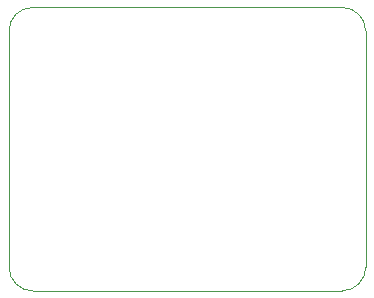
<source format=gko>
G04*
G04 #@! TF.GenerationSoftware,Altium Limited,Altium Designer,22.3.1 (43)*
G04*
G04 Layer_Color=16711935*
%FSLAX44Y44*%
%MOMM*%
G71*
G04*
G04 #@! TF.SameCoordinates,D810A163-4558-4574-BFD7-F7CA9EDE3B54*
G04*
G04*
G04 #@! TF.FilePolarity,Positive*
G04*
G01*
G75*
%ADD75C,0.0100*%
D75*
X24000Y39000D02*
G03*
X44000Y19000I20000J0D01*
G01*
X44000Y259000D02*
G03*
X24000Y239000I0J-20000D01*
G01*
X326000D02*
G03*
X306000Y259000I-20000J0D01*
G01*
Y19000D02*
G03*
X326000Y39000I0J20000D01*
G01*
X44000Y19000D02*
X306000Y19000D01*
X24000Y39000D02*
Y239000D01*
X44000Y259000D02*
X306000Y259000D01*
X326000Y39000D02*
Y239000D01*
M02*

</source>
